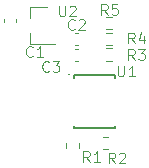
<source format=gbr>
%TF.GenerationSoftware,KiCad,Pcbnew,(5.1.10)-1*%
%TF.CreationDate,2022-01-11T16:22:32+08:00*%
%TF.ProjectId,VL160,564c3136-302e-46b6-9963-61645f706362,rev?*%
%TF.SameCoordinates,Original*%
%TF.FileFunction,Legend,Top*%
%TF.FilePolarity,Positive*%
%FSLAX46Y46*%
G04 Gerber Fmt 4.6, Leading zero omitted, Abs format (unit mm)*
G04 Created by KiCad (PCBNEW (5.1.10)-1) date 2022-01-11 16:22:32*
%MOMM*%
%LPD*%
G01*
G04 APERTURE LIST*
%ADD10C,0.120000*%
%ADD11C,0.203200*%
%ADD12C,0.149860*%
G04 APERTURE END LIST*
D10*
%TO.C,C1*%
X133983000Y-91737580D02*
X133983000Y-91456420D01*
X135003000Y-91737580D02*
X135003000Y-91456420D01*
%TO.C,C2*%
X140221580Y-93631000D02*
X139940420Y-93631000D01*
X140221580Y-92611000D02*
X139940420Y-92611000D01*
%TO.C,C3*%
X140221580Y-95028000D02*
X139940420Y-95028000D01*
X140221580Y-94008000D02*
X139940420Y-94008000D01*
%TO.C,R1*%
X140286000Y-101900742D02*
X140286000Y-102375258D01*
X139241000Y-101900742D02*
X139241000Y-102375258D01*
%TO.C,R2*%
X142320242Y-101425000D02*
X142794758Y-101425000D01*
X142320242Y-102470000D02*
X142794758Y-102470000D01*
%TO.C,R3*%
X142637742Y-93932000D02*
X143112258Y-93932000D01*
X142637742Y-94977000D02*
X143112258Y-94977000D01*
%TO.C,R4*%
X142637742Y-92598500D02*
X143112258Y-92598500D01*
X142637742Y-93643500D02*
X143112258Y-93643500D01*
%TO.C,R5*%
X142637742Y-91265000D02*
X143112258Y-91265000D01*
X142637742Y-92310000D02*
X143112258Y-92310000D01*
D11*
%TO.C,U1*%
X139477396Y-96118200D02*
G75*
G03*
X139477396Y-96118200I-56796J0D01*
G01*
D12*
X143355060Y-96209640D02*
X143355060Y-96433160D01*
X139857480Y-96209640D02*
X139857480Y-96433160D01*
X139857480Y-100710520D02*
X139857480Y-100487000D01*
X143355060Y-100710520D02*
X143355060Y-100487000D01*
X143355060Y-100710520D02*
X139857480Y-100710520D01*
X139857480Y-96209640D02*
X143355060Y-96209640D01*
D10*
%TO.C,U2*%
X136146000Y-90398000D02*
X136146000Y-91328000D01*
X136146000Y-93558000D02*
X136146000Y-92628000D01*
X136146000Y-93558000D02*
X138306000Y-93558000D01*
X136146000Y-90398000D02*
X137606000Y-90398000D01*
%TO.C,C1*%
X136375000Y-94555428D02*
X136332142Y-94598285D01*
X136203571Y-94641142D01*
X136117857Y-94641142D01*
X135989285Y-94598285D01*
X135903571Y-94512571D01*
X135860714Y-94426857D01*
X135817857Y-94255428D01*
X135817857Y-94126857D01*
X135860714Y-93955428D01*
X135903571Y-93869714D01*
X135989285Y-93784000D01*
X136117857Y-93741142D01*
X136203571Y-93741142D01*
X136332142Y-93784000D01*
X136375000Y-93826857D01*
X137232142Y-94641142D02*
X136717857Y-94641142D01*
X136975000Y-94641142D02*
X136975000Y-93741142D01*
X136889285Y-93869714D01*
X136803571Y-93955428D01*
X136717857Y-93998285D01*
%TO.C,C2*%
X139931000Y-92269428D02*
X139888142Y-92312285D01*
X139759571Y-92355142D01*
X139673857Y-92355142D01*
X139545285Y-92312285D01*
X139459571Y-92226571D01*
X139416714Y-92140857D01*
X139373857Y-91969428D01*
X139373857Y-91840857D01*
X139416714Y-91669428D01*
X139459571Y-91583714D01*
X139545285Y-91498000D01*
X139673857Y-91455142D01*
X139759571Y-91455142D01*
X139888142Y-91498000D01*
X139931000Y-91540857D01*
X140273857Y-91540857D02*
X140316714Y-91498000D01*
X140402428Y-91455142D01*
X140616714Y-91455142D01*
X140702428Y-91498000D01*
X140745285Y-91540857D01*
X140788142Y-91626571D01*
X140788142Y-91712285D01*
X140745285Y-91840857D01*
X140231000Y-92355142D01*
X140788142Y-92355142D01*
%TO.C,C3*%
X137772000Y-95825428D02*
X137729142Y-95868285D01*
X137600571Y-95911142D01*
X137514857Y-95911142D01*
X137386285Y-95868285D01*
X137300571Y-95782571D01*
X137257714Y-95696857D01*
X137214857Y-95525428D01*
X137214857Y-95396857D01*
X137257714Y-95225428D01*
X137300571Y-95139714D01*
X137386285Y-95054000D01*
X137514857Y-95011142D01*
X137600571Y-95011142D01*
X137729142Y-95054000D01*
X137772000Y-95096857D01*
X138072000Y-95011142D02*
X138629142Y-95011142D01*
X138329142Y-95354000D01*
X138457714Y-95354000D01*
X138543428Y-95396857D01*
X138586285Y-95439714D01*
X138629142Y-95525428D01*
X138629142Y-95739714D01*
X138586285Y-95825428D01*
X138543428Y-95868285D01*
X138457714Y-95911142D01*
X138200571Y-95911142D01*
X138114857Y-95868285D01*
X138072000Y-95825428D01*
%TO.C,R1*%
X141201000Y-103531142D02*
X140901000Y-103102571D01*
X140686714Y-103531142D02*
X140686714Y-102631142D01*
X141029571Y-102631142D01*
X141115285Y-102674000D01*
X141158142Y-102716857D01*
X141201000Y-102802571D01*
X141201000Y-102931142D01*
X141158142Y-103016857D01*
X141115285Y-103059714D01*
X141029571Y-103102571D01*
X140686714Y-103102571D01*
X142058142Y-103531142D02*
X141543857Y-103531142D01*
X141801000Y-103531142D02*
X141801000Y-102631142D01*
X141715285Y-102759714D01*
X141629571Y-102845428D01*
X141543857Y-102888285D01*
%TO.C,R2*%
X143360000Y-103658142D02*
X143060000Y-103229571D01*
X142845714Y-103658142D02*
X142845714Y-102758142D01*
X143188571Y-102758142D01*
X143274285Y-102801000D01*
X143317142Y-102843857D01*
X143360000Y-102929571D01*
X143360000Y-103058142D01*
X143317142Y-103143857D01*
X143274285Y-103186714D01*
X143188571Y-103229571D01*
X142845714Y-103229571D01*
X143702857Y-102843857D02*
X143745714Y-102801000D01*
X143831428Y-102758142D01*
X144045714Y-102758142D01*
X144131428Y-102801000D01*
X144174285Y-102843857D01*
X144217142Y-102929571D01*
X144217142Y-103015285D01*
X144174285Y-103143857D01*
X143660000Y-103658142D01*
X144217142Y-103658142D01*
%TO.C,R3*%
X145011000Y-94895142D02*
X144711000Y-94466571D01*
X144496714Y-94895142D02*
X144496714Y-93995142D01*
X144839571Y-93995142D01*
X144925285Y-94038000D01*
X144968142Y-94080857D01*
X145011000Y-94166571D01*
X145011000Y-94295142D01*
X144968142Y-94380857D01*
X144925285Y-94423714D01*
X144839571Y-94466571D01*
X144496714Y-94466571D01*
X145311000Y-93995142D02*
X145868142Y-93995142D01*
X145568142Y-94338000D01*
X145696714Y-94338000D01*
X145782428Y-94380857D01*
X145825285Y-94423714D01*
X145868142Y-94509428D01*
X145868142Y-94723714D01*
X145825285Y-94809428D01*
X145782428Y-94852285D01*
X145696714Y-94895142D01*
X145439571Y-94895142D01*
X145353857Y-94852285D01*
X145311000Y-94809428D01*
%TO.C,R4*%
X145011000Y-93498142D02*
X144711000Y-93069571D01*
X144496714Y-93498142D02*
X144496714Y-92598142D01*
X144839571Y-92598142D01*
X144925285Y-92641000D01*
X144968142Y-92683857D01*
X145011000Y-92769571D01*
X145011000Y-92898142D01*
X144968142Y-92983857D01*
X144925285Y-93026714D01*
X144839571Y-93069571D01*
X144496714Y-93069571D01*
X145782428Y-92898142D02*
X145782428Y-93498142D01*
X145568142Y-92555285D02*
X145353857Y-93198142D01*
X145911000Y-93198142D01*
%TO.C,R5*%
X142725000Y-91085142D02*
X142425000Y-90656571D01*
X142210714Y-91085142D02*
X142210714Y-90185142D01*
X142553571Y-90185142D01*
X142639285Y-90228000D01*
X142682142Y-90270857D01*
X142725000Y-90356571D01*
X142725000Y-90485142D01*
X142682142Y-90570857D01*
X142639285Y-90613714D01*
X142553571Y-90656571D01*
X142210714Y-90656571D01*
X143539285Y-90185142D02*
X143110714Y-90185142D01*
X143067857Y-90613714D01*
X143110714Y-90570857D01*
X143196428Y-90528000D01*
X143410714Y-90528000D01*
X143496428Y-90570857D01*
X143539285Y-90613714D01*
X143582142Y-90699428D01*
X143582142Y-90913714D01*
X143539285Y-90999428D01*
X143496428Y-91042285D01*
X143410714Y-91085142D01*
X143196428Y-91085142D01*
X143110714Y-91042285D01*
X143067857Y-90999428D01*
%TO.C,U1*%
X143601525Y-95384522D02*
X143601525Y-96113094D01*
X143644382Y-96198808D01*
X143687240Y-96241665D01*
X143772954Y-96284522D01*
X143944382Y-96284522D01*
X144030097Y-96241665D01*
X144072954Y-96198808D01*
X144115811Y-96113094D01*
X144115811Y-95384522D01*
X145015811Y-96284522D02*
X144501525Y-96284522D01*
X144758668Y-96284522D02*
X144758668Y-95384522D01*
X144672954Y-95513094D01*
X144587240Y-95598808D01*
X144501525Y-95641665D01*
%TO.C,U2*%
X138633285Y-90312142D02*
X138633285Y-91040714D01*
X138676142Y-91126428D01*
X138719000Y-91169285D01*
X138804714Y-91212142D01*
X138976142Y-91212142D01*
X139061857Y-91169285D01*
X139104714Y-91126428D01*
X139147571Y-91040714D01*
X139147571Y-90312142D01*
X139533285Y-90397857D02*
X139576142Y-90355000D01*
X139661857Y-90312142D01*
X139876142Y-90312142D01*
X139961857Y-90355000D01*
X140004714Y-90397857D01*
X140047571Y-90483571D01*
X140047571Y-90569285D01*
X140004714Y-90697857D01*
X139490428Y-91212142D01*
X140047571Y-91212142D01*
%TD*%
M02*

</source>
